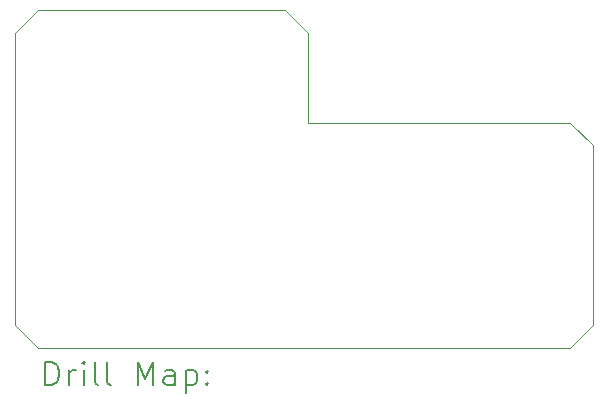
<source format=gbr>
%TF.GenerationSoftware,KiCad,Pcbnew,7.0.6-0*%
%TF.CreationDate,2023-11-24T14:46:10+00:00*%
%TF.ProjectId,TPoS Printer,54506f53-2050-4726-996e-7465722e6b69,rev?*%
%TF.SameCoordinates,Original*%
%TF.FileFunction,Drillmap*%
%TF.FilePolarity,Positive*%
%FSLAX45Y45*%
G04 Gerber Fmt 4.5, Leading zero omitted, Abs format (unit mm)*
G04 Created by KiCad (PCBNEW 7.0.6-0) date 2023-11-24 14:46:10*
%MOMM*%
%LPD*%
G01*
G04 APERTURE LIST*
%ADD10C,0.100000*%
%ADD11C,0.200000*%
G04 APERTURE END LIST*
D10*
X11303000Y-5651500D02*
X11303000Y-7175500D01*
X11112500Y-5461000D02*
X11303000Y-5651500D01*
X8890000Y-5461000D02*
X11112500Y-5461000D01*
X8890000Y-4699000D02*
X8890000Y-5461000D01*
X8699500Y-4508500D02*
X8890000Y-4699000D01*
X6604000Y-4508500D02*
X8699500Y-4508500D01*
X6413500Y-7175500D02*
X6413500Y-4699000D01*
X6604000Y-7366000D02*
X6413500Y-7175500D01*
X11112500Y-7366000D02*
X6604000Y-7366000D01*
X6413500Y-4699000D02*
X6604000Y-4508500D01*
X11303000Y-7175500D02*
X11112500Y-7366000D01*
D11*
X6669277Y-7682484D02*
X6669277Y-7482484D01*
X6669277Y-7482484D02*
X6716896Y-7482484D01*
X6716896Y-7482484D02*
X6745467Y-7492008D01*
X6745467Y-7492008D02*
X6764515Y-7511055D01*
X6764515Y-7511055D02*
X6774039Y-7530103D01*
X6774039Y-7530103D02*
X6783562Y-7568198D01*
X6783562Y-7568198D02*
X6783562Y-7596769D01*
X6783562Y-7596769D02*
X6774039Y-7634865D01*
X6774039Y-7634865D02*
X6764515Y-7653912D01*
X6764515Y-7653912D02*
X6745467Y-7672960D01*
X6745467Y-7672960D02*
X6716896Y-7682484D01*
X6716896Y-7682484D02*
X6669277Y-7682484D01*
X6869277Y-7682484D02*
X6869277Y-7549150D01*
X6869277Y-7587246D02*
X6878801Y-7568198D01*
X6878801Y-7568198D02*
X6888324Y-7558674D01*
X6888324Y-7558674D02*
X6907372Y-7549150D01*
X6907372Y-7549150D02*
X6926420Y-7549150D01*
X6993086Y-7682484D02*
X6993086Y-7549150D01*
X6993086Y-7482484D02*
X6983562Y-7492008D01*
X6983562Y-7492008D02*
X6993086Y-7501531D01*
X6993086Y-7501531D02*
X7002610Y-7492008D01*
X7002610Y-7492008D02*
X6993086Y-7482484D01*
X6993086Y-7482484D02*
X6993086Y-7501531D01*
X7116896Y-7682484D02*
X7097848Y-7672960D01*
X7097848Y-7672960D02*
X7088324Y-7653912D01*
X7088324Y-7653912D02*
X7088324Y-7482484D01*
X7221658Y-7682484D02*
X7202610Y-7672960D01*
X7202610Y-7672960D02*
X7193086Y-7653912D01*
X7193086Y-7653912D02*
X7193086Y-7482484D01*
X7450229Y-7682484D02*
X7450229Y-7482484D01*
X7450229Y-7482484D02*
X7516896Y-7625341D01*
X7516896Y-7625341D02*
X7583562Y-7482484D01*
X7583562Y-7482484D02*
X7583562Y-7682484D01*
X7764515Y-7682484D02*
X7764515Y-7577722D01*
X7764515Y-7577722D02*
X7754991Y-7558674D01*
X7754991Y-7558674D02*
X7735943Y-7549150D01*
X7735943Y-7549150D02*
X7697848Y-7549150D01*
X7697848Y-7549150D02*
X7678801Y-7558674D01*
X7764515Y-7672960D02*
X7745467Y-7682484D01*
X7745467Y-7682484D02*
X7697848Y-7682484D01*
X7697848Y-7682484D02*
X7678801Y-7672960D01*
X7678801Y-7672960D02*
X7669277Y-7653912D01*
X7669277Y-7653912D02*
X7669277Y-7634865D01*
X7669277Y-7634865D02*
X7678801Y-7615817D01*
X7678801Y-7615817D02*
X7697848Y-7606293D01*
X7697848Y-7606293D02*
X7745467Y-7606293D01*
X7745467Y-7606293D02*
X7764515Y-7596769D01*
X7859753Y-7549150D02*
X7859753Y-7749150D01*
X7859753Y-7558674D02*
X7878801Y-7549150D01*
X7878801Y-7549150D02*
X7916896Y-7549150D01*
X7916896Y-7549150D02*
X7935943Y-7558674D01*
X7935943Y-7558674D02*
X7945467Y-7568198D01*
X7945467Y-7568198D02*
X7954991Y-7587246D01*
X7954991Y-7587246D02*
X7954991Y-7644388D01*
X7954991Y-7644388D02*
X7945467Y-7663436D01*
X7945467Y-7663436D02*
X7935943Y-7672960D01*
X7935943Y-7672960D02*
X7916896Y-7682484D01*
X7916896Y-7682484D02*
X7878801Y-7682484D01*
X7878801Y-7682484D02*
X7859753Y-7672960D01*
X8040705Y-7663436D02*
X8050229Y-7672960D01*
X8050229Y-7672960D02*
X8040705Y-7682484D01*
X8040705Y-7682484D02*
X8031182Y-7672960D01*
X8031182Y-7672960D02*
X8040705Y-7663436D01*
X8040705Y-7663436D02*
X8040705Y-7682484D01*
X8040705Y-7558674D02*
X8050229Y-7568198D01*
X8050229Y-7568198D02*
X8040705Y-7577722D01*
X8040705Y-7577722D02*
X8031182Y-7568198D01*
X8031182Y-7568198D02*
X8040705Y-7558674D01*
X8040705Y-7558674D02*
X8040705Y-7577722D01*
M02*

</source>
